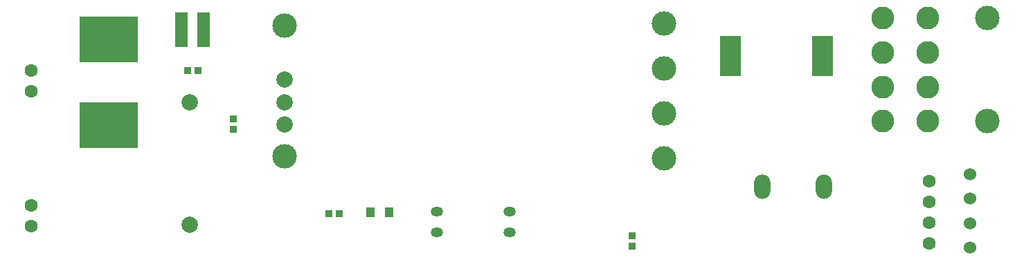
<source format=gbr>
%TF.GenerationSoftware,Altium Limited,Altium Designer,19.1.8 (144)*%
G04 Layer_Color=255*
%FSLAX26Y26*%
%MOIN*%
%TF.FileFunction,Pads,Top*%
%TF.Part,Single*%
G01*
G75*
%TA.AperFunction,SMDPad,CuDef*%
%ADD10R,0.098425X0.196850*%
%ADD11O,0.059055X0.047244*%
%ADD12R,0.043307X0.051181*%
%ADD13R,0.033465X0.037402*%
%ADD14R,0.062992X0.169291*%
%ADD15R,0.284646X0.220472*%
%ADD16R,0.037402X0.033465*%
%TA.AperFunction,ComponentPad*%
%ADD20O,0.078740X0.118110*%
%ADD21C,0.118110*%
%ADD22C,0.110240*%
%ADD23C,0.060000*%
%ADD24C,0.062992*%
%ADD25C,0.118110*%
%ADD26C,0.078740*%
D10*
X5651457Y4700000D02*
D03*
X5208543D02*
D03*
D11*
X3794803Y3950000D02*
D03*
Y3850000D02*
D03*
X4145197Y3950000D02*
D03*
Y3850000D02*
D03*
D12*
X3565276Y3945000D02*
D03*
X3474724D02*
D03*
D13*
X3274410Y3940000D02*
D03*
X3325591D02*
D03*
X2645590Y4630000D02*
D03*
X2594409D02*
D03*
D14*
X2670000Y4825000D02*
D03*
X2563701D02*
D03*
D15*
X2215000Y4365000D02*
D03*
Y4778386D02*
D03*
D16*
X4735107Y3833249D02*
D03*
Y3782068D02*
D03*
X2812988Y4395326D02*
D03*
Y4344145D02*
D03*
D20*
X5657638Y4070000D02*
D03*
X5362362D02*
D03*
D21*
X6445000Y4881060D02*
D03*
Y4385000D02*
D03*
D22*
X5941060D02*
D03*
Y4550350D02*
D03*
Y4715710D02*
D03*
Y4881060D02*
D03*
X6157600Y4385000D02*
D03*
Y4550350D02*
D03*
Y4715710D02*
D03*
Y4881060D02*
D03*
D23*
X6359921Y4129646D02*
D03*
Y4011535D02*
D03*
Y3893425D02*
D03*
Y3775315D02*
D03*
D24*
X6165000Y3795000D02*
D03*
Y3895000D02*
D03*
Y3995000D02*
D03*
Y4095000D02*
D03*
X1840000Y4630000D02*
D03*
Y4530000D02*
D03*
Y3980000D02*
D03*
Y3880000D02*
D03*
D25*
X3062008Y4844961D02*
D03*
Y4215039D02*
D03*
X4887992Y4854803D02*
D03*
Y4638268D02*
D03*
Y4421732D02*
D03*
Y4205197D02*
D03*
D26*
X3062008Y4584331D02*
D03*
Y4475669D02*
D03*
Y4367402D02*
D03*
X2605000Y3885000D02*
D03*
Y4475551D02*
D03*
%TF.MD5,e961e51f5ab4f2031be77d33f4aa9d0e*%
M02*

</source>
